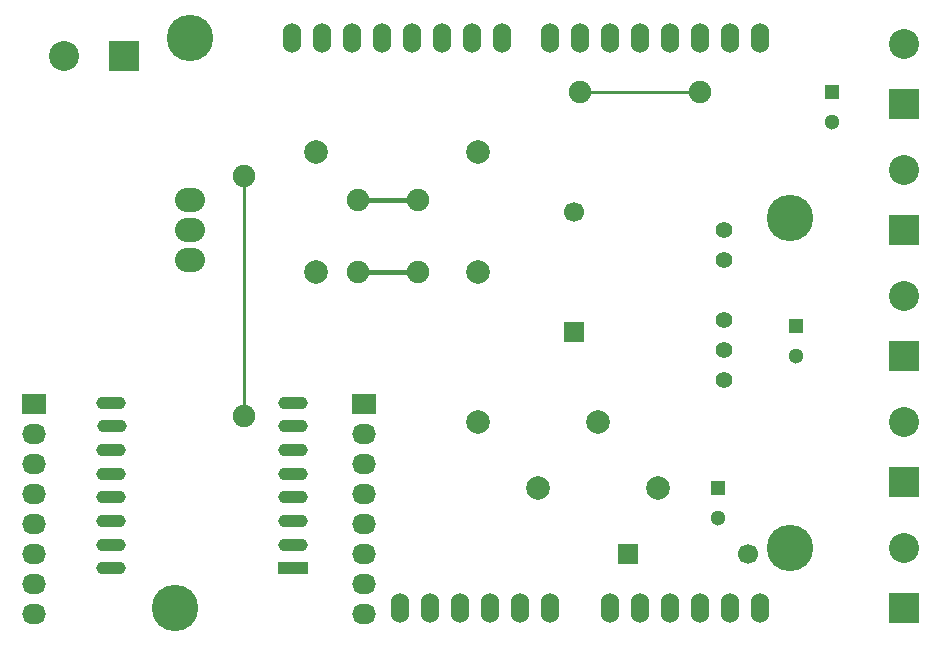
<source format=gbr>
G04 #@! TF.FileFunction,Copper,L1,Top,Signal*
%FSLAX46Y46*%
G04 Gerber Fmt 4.6, Leading zero omitted, Abs format (unit mm)*
G04 Created by KiCad (PCBNEW 4.0.2+dfsg1-stable) date sáb 28 ene 2017 09:14:19 CET*
%MOMM*%
G01*
G04 APERTURE LIST*
%ADD10C,0.100000*%
%ADD11O,1.524000X2.540000*%
%ADD12C,3.937000*%
%ADD13R,2.032000X1.727200*%
%ADD14O,2.032000X1.727200*%
%ADD15R,2.500000X1.100000*%
%ADD16O,2.500000X1.100000*%
%ADD17R,1.300000X1.300000*%
%ADD18C,1.300000*%
%ADD19C,1.699260*%
%ADD20R,1.699260X1.699260*%
%ADD21R,2.540000X2.540000*%
%ADD22C,2.540000*%
%ADD23C,1.998980*%
%ADD24C,1.400000*%
%ADD25O,2.540000X2.032000*%
%ADD26C,1.900000*%
%ADD27C,0.250000*%
%ADD28C,0.400000*%
G04 APERTURE END LIST*
D10*
D11*
X135636000Y-82296000D03*
X133096000Y-82296000D03*
X130556000Y-82296000D03*
X122936000Y-82296000D03*
X125476000Y-82296000D03*
X128016000Y-82296000D03*
X117856000Y-82296000D03*
X115316000Y-82296000D03*
X112776000Y-82296000D03*
X107696000Y-82296000D03*
X105156000Y-82296000D03*
X135636000Y-34036000D03*
X133096000Y-34036000D03*
X130556000Y-34036000D03*
X128016000Y-34036000D03*
X125476000Y-34036000D03*
X122936000Y-34036000D03*
X120396000Y-34036000D03*
X117856000Y-34036000D03*
X113792000Y-34036000D03*
X111252000Y-34036000D03*
X108712000Y-34036000D03*
X106172000Y-34036000D03*
X103632000Y-34036000D03*
X101092000Y-34036000D03*
X98552000Y-34036000D03*
X96012000Y-34036000D03*
X110236000Y-82296000D03*
D12*
X138176000Y-77216000D03*
X138176000Y-49276000D03*
X87376000Y-34036000D03*
X86106000Y-82296000D03*
D13*
X74168000Y-65024000D03*
D14*
X74168000Y-67564000D03*
X74168000Y-70104000D03*
X74168000Y-72644000D03*
X74168000Y-75184000D03*
X74168000Y-77724000D03*
X74168000Y-80264000D03*
X74168000Y-82804000D03*
D15*
X96038900Y-78892400D03*
D16*
X96038900Y-76892400D03*
X96038900Y-74892400D03*
X96038900Y-72892400D03*
X96038900Y-70892400D03*
X96038900Y-68892400D03*
X96038900Y-66892400D03*
X96038900Y-64892400D03*
X80638900Y-64892400D03*
X80738900Y-66892400D03*
X80638900Y-68892400D03*
X80638900Y-70892400D03*
X80638900Y-72892400D03*
X80638900Y-74892400D03*
X80638900Y-76892400D03*
X80638900Y-78892400D03*
D13*
X102108000Y-65024000D03*
D14*
X102108000Y-67564000D03*
X102108000Y-70104000D03*
X102108000Y-72644000D03*
X102108000Y-75184000D03*
X102108000Y-77724000D03*
X102108000Y-80264000D03*
X102108000Y-82804000D03*
D17*
X141732000Y-38608000D03*
D18*
X141732000Y-41108000D03*
D17*
X138684000Y-58420000D03*
D18*
X138684000Y-60920000D03*
D17*
X132080000Y-72136000D03*
D18*
X132080000Y-74636000D03*
D19*
X119885460Y-48767480D03*
D20*
X119885460Y-58927480D03*
D19*
X134620520Y-77721460D03*
D20*
X124460520Y-77721460D03*
D21*
X147828000Y-60960000D03*
D22*
X147828000Y-55880000D03*
D21*
X147828000Y-82296000D03*
D22*
X147828000Y-77216000D03*
D23*
X111760000Y-66548000D03*
X121920000Y-66548000D03*
X116840000Y-72136000D03*
X127000000Y-72136000D03*
D24*
X132588000Y-50292000D03*
X132588000Y-52832000D03*
X132588000Y-57912000D03*
X132588000Y-60452000D03*
X132588000Y-62992000D03*
D21*
X147828000Y-39624000D03*
D22*
X147828000Y-34544000D03*
D21*
X81788000Y-35560000D03*
D22*
X76708000Y-35560000D03*
D21*
X147828000Y-50292000D03*
D22*
X147828000Y-45212000D03*
D25*
X87376000Y-50292000D03*
X87376000Y-52832000D03*
X87376000Y-47752000D03*
D21*
X147828000Y-71628000D03*
D22*
X147828000Y-66548000D03*
D23*
X98044000Y-53848000D03*
X98044000Y-43688000D03*
X111760000Y-53848000D03*
X111760000Y-43688000D03*
D26*
X91948000Y-66040000D03*
X91948000Y-45720000D03*
X120396000Y-38608000D03*
X130556000Y-38608000D03*
X106680000Y-53848000D03*
X101600000Y-53848000D03*
X106680000Y-47752000D03*
X101600000Y-47752000D03*
D27*
X117856000Y-34036000D02*
X117856000Y-34544000D01*
X91948000Y-45720000D02*
X91948000Y-66040000D01*
X95186500Y-78740000D02*
X95338900Y-78892400D01*
X130556000Y-38608000D02*
X120396000Y-38608000D01*
D28*
X101600000Y-53848000D02*
X106680000Y-53848000D01*
X101600000Y-47752000D02*
X106680000Y-47752000D01*
D27*
X113792000Y-34036000D02*
X113792000Y-35052000D01*
X111252000Y-34036000D02*
X111252000Y-35052000D01*
X108712000Y-34036000D02*
X108712000Y-35052000D01*
X103632000Y-34036000D02*
X103632000Y-35052000D01*
X103632000Y-34036000D02*
X103632000Y-34544000D01*
X101092000Y-34036000D02*
X101092000Y-34544000D01*
X101092000Y-34036000D02*
X101092000Y-35052000D01*
M02*

</source>
